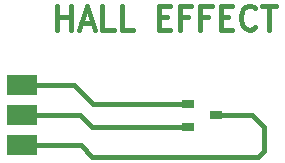
<source format=gbr>
%TF.GenerationSoftware,KiCad,Pcbnew,8.0.5*%
%TF.CreationDate,2025-03-25T10:52:22+00:00*%
%TF.ProjectId,HallEffect,48616c6c-4566-4666-9563-742e6b696361,rev?*%
%TF.SameCoordinates,Original*%
%TF.FileFunction,Copper,L1,Top*%
%TF.FilePolarity,Positive*%
%FSLAX46Y46*%
G04 Gerber Fmt 4.6, Leading zero omitted, Abs format (unit mm)*
G04 Created by KiCad (PCBNEW 8.0.5) date 2025-03-25 10:52:22*
%MOMM*%
%LPD*%
G01*
G04 APERTURE LIST*
%ADD10C,0.400000*%
%TA.AperFunction,NonConductor*%
%ADD11C,0.400000*%
%TD*%
%TA.AperFunction,SMDPad,CuDef*%
%ADD12R,1.000000X0.700000*%
%TD*%
%TA.AperFunction,SMDPad,CuDef*%
%ADD13R,2.500000X1.700000*%
%TD*%
%TA.AperFunction,Conductor*%
%ADD14C,0.400000*%
%TD*%
G04 APERTURE END LIST*
D10*
D11*
X162039347Y-81734438D02*
X162039347Y-79734438D01*
X162039347Y-80686819D02*
X163182204Y-80686819D01*
X163182204Y-81734438D02*
X163182204Y-79734438D01*
X164039347Y-81163009D02*
X164991728Y-81163009D01*
X163848871Y-81734438D02*
X164515537Y-79734438D01*
X164515537Y-79734438D02*
X165182204Y-81734438D01*
X166801252Y-81734438D02*
X165848871Y-81734438D01*
X165848871Y-81734438D02*
X165848871Y-79734438D01*
X168420300Y-81734438D02*
X167467919Y-81734438D01*
X167467919Y-81734438D02*
X167467919Y-79734438D01*
X170610777Y-80686819D02*
X171277444Y-80686819D01*
X171563158Y-81734438D02*
X170610777Y-81734438D01*
X170610777Y-81734438D02*
X170610777Y-79734438D01*
X170610777Y-79734438D02*
X171563158Y-79734438D01*
X173086968Y-80686819D02*
X172420301Y-80686819D01*
X172420301Y-81734438D02*
X172420301Y-79734438D01*
X172420301Y-79734438D02*
X173372682Y-79734438D01*
X174801254Y-80686819D02*
X174134587Y-80686819D01*
X174134587Y-81734438D02*
X174134587Y-79734438D01*
X174134587Y-79734438D02*
X175086968Y-79734438D01*
X175848873Y-80686819D02*
X176515540Y-80686819D01*
X176801254Y-81734438D02*
X175848873Y-81734438D01*
X175848873Y-81734438D02*
X175848873Y-79734438D01*
X175848873Y-79734438D02*
X176801254Y-79734438D01*
X178801254Y-81543961D02*
X178706016Y-81639200D01*
X178706016Y-81639200D02*
X178420302Y-81734438D01*
X178420302Y-81734438D02*
X178229826Y-81734438D01*
X178229826Y-81734438D02*
X177944111Y-81639200D01*
X177944111Y-81639200D02*
X177753635Y-81448723D01*
X177753635Y-81448723D02*
X177658397Y-81258247D01*
X177658397Y-81258247D02*
X177563159Y-80877295D01*
X177563159Y-80877295D02*
X177563159Y-80591580D01*
X177563159Y-80591580D02*
X177658397Y-80210628D01*
X177658397Y-80210628D02*
X177753635Y-80020152D01*
X177753635Y-80020152D02*
X177944111Y-79829676D01*
X177944111Y-79829676D02*
X178229826Y-79734438D01*
X178229826Y-79734438D02*
X178420302Y-79734438D01*
X178420302Y-79734438D02*
X178706016Y-79829676D01*
X178706016Y-79829676D02*
X178801254Y-79924914D01*
X179372683Y-79734438D02*
X180515540Y-79734438D01*
X179944111Y-81734438D02*
X179944111Y-79734438D01*
D12*
%TO.P,U1,1,VDD*%
%TO.N,Net-(J1-Pin_3)*%
X173100000Y-88050000D03*
%TO.P,U1,2,OUTPUT*%
%TO.N,Net-(J1-Pin_2)*%
X173100000Y-89950000D03*
%TO.P,U1,3,GND*%
%TO.N,Net-(J1-Pin_1)*%
X175500000Y-89000000D03*
%TD*%
D13*
%TO.P,J1,1,Pin_1*%
%TO.N,Net-(J1-Pin_1)*%
X159000000Y-91500000D03*
%TO.P,J1,2,Pin_2*%
%TO.N,Net-(J1-Pin_2)*%
X159000000Y-88960000D03*
%TO.P,J1,3,Pin_3*%
%TO.N,Net-(J1-Pin_3)*%
X159000000Y-86420000D03*
%TD*%
D14*
%TO.N,Net-(J1-Pin_1)*%
X164000000Y-91500000D02*
X159000000Y-91500000D01*
X165000000Y-92500000D02*
X164000000Y-91500000D01*
X179000000Y-92500000D02*
X165000000Y-92500000D01*
X179500000Y-90000000D02*
X179500000Y-92000000D01*
X179500000Y-92000000D02*
X179000000Y-92500000D01*
X178500000Y-89000000D02*
X179500000Y-90000000D01*
X175500000Y-89000000D02*
X178500000Y-89000000D01*
%TO.N,Net-(J1-Pin_2)*%
X165050000Y-89950000D02*
X173100000Y-89950000D01*
X165000000Y-90000000D02*
X165050000Y-89950000D01*
X163960000Y-88960000D02*
X165000000Y-90000000D01*
X159000000Y-88960000D02*
X163960000Y-88960000D01*
%TO.N,Net-(J1-Pin_3)*%
X165050000Y-88050000D02*
X173100000Y-88050000D01*
X163420000Y-86420000D02*
X165050000Y-88050000D01*
X159000000Y-86420000D02*
X163420000Y-86420000D01*
%TD*%
M02*

</source>
